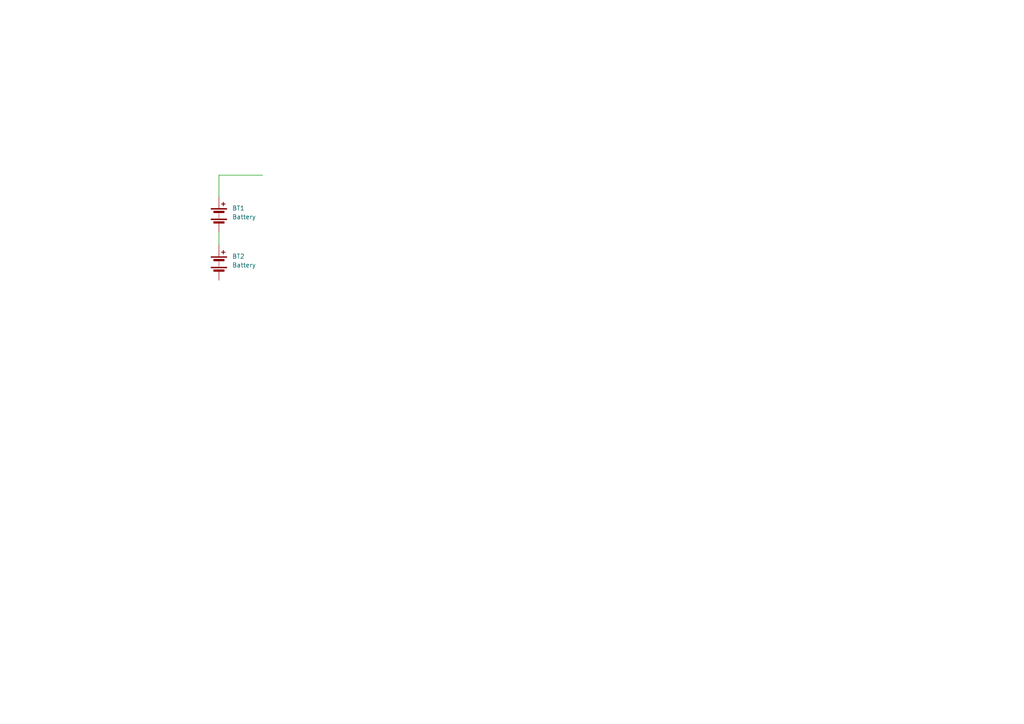
<source format=kicad_sch>
(kicad_sch (version 20230121) (generator eeschema)
  (paper "A4")
  (lib_symbols
    (symbol "Device:Battery" (pin_numbers hide) (pin_names (offset 0) hide)
      (property "Reference" "BT" (at 2.54 2.54 0))
      (property "Value" "Battery" (at 2.54 0 0))
      (symbol "Battery_0_1"
        (rectangle (start -2.286 -1.27) (end 2.286 -1.524) (fill (type outline)))
        (rectangle (start -2.286 1.778) (end 2.286 1.524) (fill (type outline)))
        (rectangle (start -1.524 -2.032) (end 1.524 -2.54) (fill (type outline)))
        (rectangle (start -1.524 1.016) (end 1.524 0.508) (fill (type outline)))
        (polyline (pts (xy 0 -1.016) (xy 0 -0.762)))
        (polyline (pts (xy 0 -0.508) (xy 0 -0.254)))
        (polyline (pts (xy 0 0) (xy 0 0.254)))
        (polyline (pts (xy 0 1.778) (xy 0 2.54)))
        (polyline (pts (xy 0.762 3.048) (xy 1.778 3.048)) (stroke (width 0.254)))
        (polyline (pts (xy 1.27 3.556) (xy 1.27 2.54)) (stroke (width 0.254)))
      )
      (symbol "Battery_1_1"
        (pin passive line (at 0 5.08 270) (length 2.54) (name "+") (number "1"))
        (pin passive line (at 0 -5.08 90) (length 2.54) (name "-") (number "2"))
      )
    )
  )
  (wire (pts (xy 63.5 57.15) (xy 63.5 50.8)))
  (wire (pts (xy 63.5 50.8) (xy 76.2 50.8)))
  (wire (pts (xy 63.5 67.31) (xy 63.5 71.12)))
  (symbol (lib_id "Device:Battery") (at 63.5 76.2 0) (unit 1)
    (property "Reference" "BT2" (at 67.31 74.3585 0) (effects (justify left)))
    (property "Value" "Battery" (at 67.31 76.8985 0) (effects (justify left)))
  )
  (symbol (lib_id "Device:Battery") (at 63.5 62.23 0) (unit 1)
    (property "Reference" "BT1" (at 67.31 60.3885 0) (effects (justify left)))
    (property "Value" "Battery" (at 67.31 62.9285 0) (effects (justify left)))
  )
)
</source>
